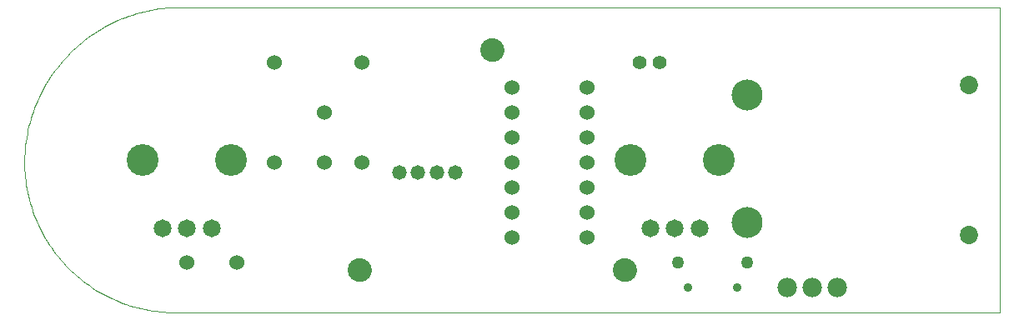
<source format=gts>
G75*
%MOIN*%
%OFA0B0*%
%FSLAX24Y24*%
%IPPOS*%
%LPD*%
%AMOC8*
5,1,8,0,0,1.08239X$1,22.5*
%
%ADD10C,0.0000*%
%ADD11C,0.1240*%
%ADD12C,0.0940*%
%ADD13C,0.0600*%
%ADD14C,0.0556*%
%ADD15C,0.0780*%
%ADD16C,0.0730*%
%ADD17C,0.0713*%
%ADD18C,0.1267*%
%ADD19C,0.0580*%
%ADD20C,0.0350*%
%ADD21C,0.0500*%
D10*
X006701Y001180D02*
X039656Y001180D01*
X039656Y013385D01*
X006982Y013385D01*
X018930Y011680D02*
X018932Y011722D01*
X018938Y011764D01*
X018948Y011805D01*
X018961Y011845D01*
X018979Y011883D01*
X018999Y011920D01*
X019024Y011955D01*
X019051Y011987D01*
X019081Y012016D01*
X019114Y012043D01*
X019149Y012066D01*
X019186Y012086D01*
X019225Y012102D01*
X019265Y012115D01*
X019306Y012124D01*
X019348Y012129D01*
X019391Y012130D01*
X019433Y012127D01*
X019474Y012120D01*
X019515Y012109D01*
X019555Y012095D01*
X019593Y012077D01*
X019629Y012055D01*
X019663Y012030D01*
X019694Y012002D01*
X019723Y011971D01*
X019749Y011938D01*
X019771Y011902D01*
X019791Y011864D01*
X019806Y011825D01*
X019818Y011785D01*
X019826Y011743D01*
X019830Y011701D01*
X019830Y011659D01*
X019826Y011617D01*
X019818Y011575D01*
X019806Y011535D01*
X019791Y011496D01*
X019771Y011458D01*
X019749Y011422D01*
X019723Y011389D01*
X019694Y011358D01*
X019663Y011330D01*
X019629Y011305D01*
X019593Y011283D01*
X019555Y011265D01*
X019515Y011251D01*
X019474Y011240D01*
X019433Y011233D01*
X019391Y011230D01*
X019348Y011231D01*
X019306Y011236D01*
X019265Y011245D01*
X019225Y011258D01*
X019186Y011274D01*
X019149Y011294D01*
X019114Y011317D01*
X019081Y011344D01*
X019051Y011373D01*
X019024Y011405D01*
X018999Y011440D01*
X018979Y011477D01*
X018961Y011515D01*
X018948Y011555D01*
X018938Y011596D01*
X018932Y011638D01*
X018930Y011680D01*
X006983Y013384D02*
X006828Y013385D01*
X006673Y013381D01*
X006518Y013373D01*
X006363Y013362D01*
X006209Y013346D01*
X006055Y013327D01*
X005901Y013304D01*
X005749Y013278D01*
X005597Y013247D01*
X005445Y013213D01*
X005295Y013174D01*
X005146Y013133D01*
X004998Y013087D01*
X004851Y013038D01*
X004705Y012985D01*
X004560Y012928D01*
X004417Y012868D01*
X004276Y012804D01*
X004136Y012737D01*
X003998Y012667D01*
X003862Y012593D01*
X003728Y012515D01*
X003595Y012434D01*
X003465Y012350D01*
X003337Y012263D01*
X003211Y012173D01*
X003087Y012079D01*
X002966Y011983D01*
X002847Y011883D01*
X002730Y011780D01*
X002617Y011675D01*
X002505Y011567D01*
X002397Y011456D01*
X002291Y011342D01*
X002189Y011226D01*
X002089Y011107D01*
X001992Y010986D01*
X001898Y010863D01*
X001808Y010737D01*
X001720Y010609D01*
X001636Y010479D01*
X001555Y010346D01*
X001477Y010212D01*
X001403Y010076D01*
X001332Y009938D01*
X001265Y009798D01*
X001201Y009657D01*
X001141Y009514D01*
X001084Y009370D01*
X001031Y009224D01*
X000981Y009077D01*
X000935Y008929D01*
X000893Y008780D01*
X000855Y008630D01*
X000820Y008478D01*
X000789Y008326D01*
X000762Y008174D01*
X000739Y008020D01*
X000720Y007867D01*
X000704Y007712D01*
X000692Y007558D01*
X000685Y007403D01*
X000681Y007248D01*
X000680Y007248D02*
X000680Y007201D01*
X000682Y007048D01*
X000688Y006896D01*
X000697Y006744D01*
X000711Y006592D01*
X000728Y006440D01*
X000749Y006289D01*
X000774Y006139D01*
X000803Y005989D01*
X000836Y005840D01*
X000872Y005692D01*
X000912Y005545D01*
X000956Y005399D01*
X001004Y005254D01*
X001055Y005110D01*
X001110Y004968D01*
X001168Y004827D01*
X001230Y004687D01*
X001295Y004549D01*
X001364Y004413D01*
X001437Y004279D01*
X001512Y004147D01*
X001591Y004016D01*
X001674Y003888D01*
X001759Y003761D01*
X001848Y003637D01*
X001940Y003516D01*
X002035Y003396D01*
X002133Y003279D01*
X002233Y003165D01*
X002337Y003053D01*
X002444Y002944D01*
X002553Y002837D01*
X002665Y002733D01*
X002779Y002633D01*
X002896Y002535D01*
X003016Y002440D01*
X003137Y002348D01*
X003261Y002259D01*
X003388Y002174D01*
X003516Y002091D01*
X003647Y002012D01*
X003779Y001937D01*
X003913Y001864D01*
X004049Y001795D01*
X004187Y001730D01*
X004327Y001668D01*
X004468Y001610D01*
X004610Y001555D01*
X004754Y001504D01*
X004899Y001456D01*
X005045Y001412D01*
X005192Y001372D01*
X005340Y001336D01*
X005489Y001303D01*
X005639Y001274D01*
X005789Y001249D01*
X005940Y001228D01*
X006092Y001211D01*
X006244Y001197D01*
X006396Y001188D01*
X006548Y001182D01*
X006701Y001180D01*
X013630Y002880D02*
X013632Y002922D01*
X013638Y002964D01*
X013648Y003005D01*
X013661Y003045D01*
X013679Y003083D01*
X013699Y003120D01*
X013724Y003155D01*
X013751Y003187D01*
X013781Y003216D01*
X013814Y003243D01*
X013849Y003266D01*
X013886Y003286D01*
X013925Y003302D01*
X013965Y003315D01*
X014006Y003324D01*
X014048Y003329D01*
X014091Y003330D01*
X014133Y003327D01*
X014174Y003320D01*
X014215Y003309D01*
X014255Y003295D01*
X014293Y003277D01*
X014329Y003255D01*
X014363Y003230D01*
X014394Y003202D01*
X014423Y003171D01*
X014449Y003138D01*
X014471Y003102D01*
X014491Y003064D01*
X014506Y003025D01*
X014518Y002985D01*
X014526Y002943D01*
X014530Y002901D01*
X014530Y002859D01*
X014526Y002817D01*
X014518Y002775D01*
X014506Y002735D01*
X014491Y002696D01*
X014471Y002658D01*
X014449Y002622D01*
X014423Y002589D01*
X014394Y002558D01*
X014363Y002530D01*
X014329Y002505D01*
X014293Y002483D01*
X014255Y002465D01*
X014215Y002451D01*
X014174Y002440D01*
X014133Y002433D01*
X014091Y002430D01*
X014048Y002431D01*
X014006Y002436D01*
X013965Y002445D01*
X013925Y002458D01*
X013886Y002474D01*
X013849Y002494D01*
X013814Y002517D01*
X013781Y002544D01*
X013751Y002573D01*
X013724Y002605D01*
X013699Y002640D01*
X013679Y002677D01*
X013661Y002715D01*
X013648Y002755D01*
X013638Y002796D01*
X013632Y002838D01*
X013630Y002880D01*
X024230Y002880D02*
X024232Y002922D01*
X024238Y002964D01*
X024248Y003005D01*
X024261Y003045D01*
X024279Y003083D01*
X024299Y003120D01*
X024324Y003155D01*
X024351Y003187D01*
X024381Y003216D01*
X024414Y003243D01*
X024449Y003266D01*
X024486Y003286D01*
X024525Y003302D01*
X024565Y003315D01*
X024606Y003324D01*
X024648Y003329D01*
X024691Y003330D01*
X024733Y003327D01*
X024774Y003320D01*
X024815Y003309D01*
X024855Y003295D01*
X024893Y003277D01*
X024929Y003255D01*
X024963Y003230D01*
X024994Y003202D01*
X025023Y003171D01*
X025049Y003138D01*
X025071Y003102D01*
X025091Y003064D01*
X025106Y003025D01*
X025118Y002985D01*
X025126Y002943D01*
X025130Y002901D01*
X025130Y002859D01*
X025126Y002817D01*
X025118Y002775D01*
X025106Y002735D01*
X025091Y002696D01*
X025071Y002658D01*
X025049Y002622D01*
X025023Y002589D01*
X024994Y002558D01*
X024963Y002530D01*
X024929Y002505D01*
X024893Y002483D01*
X024855Y002465D01*
X024815Y002451D01*
X024774Y002440D01*
X024733Y002433D01*
X024691Y002430D01*
X024648Y002431D01*
X024606Y002436D01*
X024565Y002445D01*
X024525Y002458D01*
X024486Y002474D01*
X024449Y002494D01*
X024414Y002517D01*
X024381Y002544D01*
X024351Y002573D01*
X024324Y002605D01*
X024299Y002640D01*
X024279Y002677D01*
X024261Y002715D01*
X024248Y002755D01*
X024238Y002796D01*
X024232Y002838D01*
X024230Y002880D01*
D11*
X029580Y004780D03*
X029580Y009880D03*
D12*
X019380Y011680D03*
X014080Y002880D03*
X024680Y002880D03*
D13*
X023180Y004180D03*
X023180Y005180D03*
X023180Y006180D03*
X023180Y007180D03*
X023180Y008180D03*
X023180Y009180D03*
X023180Y010180D03*
X020180Y010180D03*
X020180Y009180D03*
X020180Y008180D03*
X020180Y007180D03*
X020180Y006180D03*
X020180Y005180D03*
X020180Y004180D03*
X014180Y007180D03*
X012680Y007180D03*
X010680Y007180D03*
X012680Y009180D03*
X014180Y011180D03*
X010680Y011180D03*
X009180Y003180D03*
X007180Y003180D03*
D14*
X025286Y011180D03*
X026074Y011180D03*
D15*
X031180Y002180D03*
X032180Y002180D03*
X033180Y002180D03*
D16*
X038426Y004282D03*
X038426Y010282D03*
D17*
X027664Y004526D03*
X026680Y004526D03*
X025696Y004526D03*
X008164Y004526D03*
X007180Y004526D03*
X006196Y004526D03*
D18*
X005408Y007282D03*
X008952Y007282D03*
X024908Y007282D03*
X028452Y007282D03*
D19*
X017920Y006782D03*
X017170Y006782D03*
X016420Y006782D03*
X015670Y006782D03*
D20*
X027196Y002180D03*
X029164Y002180D03*
D21*
X029558Y003164D03*
X026802Y003164D03*
M02*

</source>
